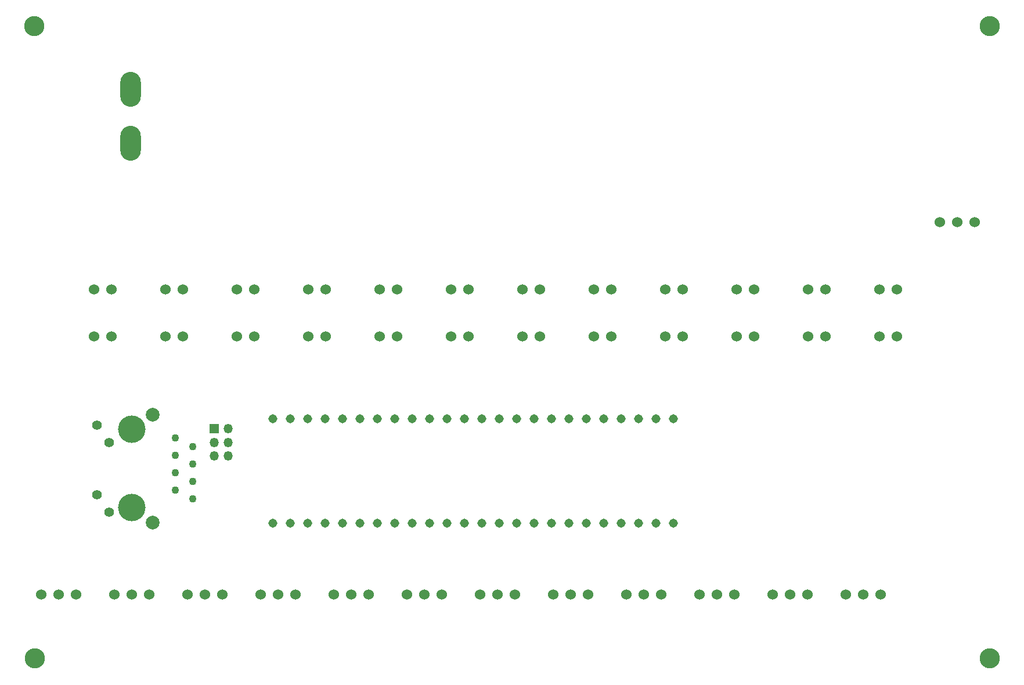
<source format=gbs>
%TF.GenerationSoftware,KiCad,Pcbnew,(6.0.10)*%
%TF.CreationDate,2022-12-28T18:35:22-06:00*%
%TF.ProjectId,Hardware_Rev1,48617264-7761-4726-955f-526576312e6b,rev?*%
%TF.SameCoordinates,Original*%
%TF.FileFunction,Soldermask,Bot*%
%TF.FilePolarity,Negative*%
%FSLAX46Y46*%
G04 Gerber Fmt 4.6, Leading zero omitted, Abs format (unit mm)*
G04 Created by KiCad (PCBNEW (6.0.10)) date 2022-12-28 18:35:22*
%MOMM*%
%LPD*%
G01*
G04 APERTURE LIST*
%ADD10C,1.524000*%
%ADD11C,1.100000*%
%ADD12C,1.400000*%
%ADD13C,4.000000*%
%ADD14C,2.000000*%
%ADD15R,1.350000X1.350000*%
%ADD16O,1.350000X1.350000*%
%ADD17O,3.000000X5.100000*%
%ADD18C,1.308000*%
%ADD19C,2.946400*%
G04 APERTURE END LIST*
D10*
X171196000Y-134620000D03*
X173736000Y-134620000D03*
X176276000Y-134620000D03*
X92837000Y-90019500D03*
X95377000Y-90019500D03*
X103251000Y-90019500D03*
X105791000Y-90019500D03*
D11*
X73452000Y-111760000D03*
X75992000Y-113030000D03*
X73452000Y-114300000D03*
X75992000Y-115570000D03*
X73452000Y-116840000D03*
X75992000Y-118110000D03*
X73452000Y-119380000D03*
X75992000Y-120650000D03*
D12*
X62022000Y-109880000D03*
X63812000Y-112420000D03*
X62022000Y-119990000D03*
X63812000Y-122530000D03*
D13*
X67102000Y-110490000D03*
X67102000Y-121920000D03*
D14*
X70152000Y-124080000D03*
X70152000Y-108330000D03*
D10*
X124079000Y-90019500D03*
X126619000Y-90019500D03*
X92837000Y-96877500D03*
X95377000Y-96877500D03*
D15*
X79137000Y-110395000D03*
D16*
X81137000Y-110395000D03*
X79137000Y-112395000D03*
X81137000Y-112395000D03*
X79137000Y-114395000D03*
X81137000Y-114395000D03*
D10*
X113665000Y-96877500D03*
X116205000Y-96877500D03*
X176149000Y-96875600D03*
X178689000Y-96875600D03*
X117856000Y-134620000D03*
X120396000Y-134620000D03*
X122936000Y-134620000D03*
X61595000Y-96877500D03*
X64135000Y-96877500D03*
X53848000Y-134620000D03*
X56388000Y-134620000D03*
X58928000Y-134620000D03*
D17*
X66935400Y-60875000D03*
X66935400Y-68749000D03*
D10*
X72009000Y-90019500D03*
X74549000Y-90019500D03*
X72009000Y-96877500D03*
X74549000Y-96877500D03*
X165735000Y-96875600D03*
X168275000Y-96875600D03*
X75184000Y-134620000D03*
X77724000Y-134620000D03*
X80264000Y-134620000D03*
X85852000Y-134620000D03*
X88392000Y-134620000D03*
X90932000Y-134620000D03*
X155321000Y-96875600D03*
X157861000Y-96875600D03*
D18*
X143541000Y-108979500D03*
X141001000Y-108979500D03*
X138461000Y-108979500D03*
X135921000Y-108979500D03*
X110521000Y-108979500D03*
X141001000Y-124219500D03*
X133381000Y-108979500D03*
X130841000Y-108979500D03*
X128301000Y-108979500D03*
X125761000Y-108979500D03*
X123221000Y-108979500D03*
X120681000Y-108979500D03*
X118141000Y-108979500D03*
X115601000Y-108979500D03*
X113061000Y-108979500D03*
X113061000Y-124219500D03*
X115601000Y-124219500D03*
X118141000Y-124219500D03*
X120681000Y-124219500D03*
X123221000Y-124219500D03*
X125761000Y-124219500D03*
X128301000Y-124219500D03*
X130841000Y-124219500D03*
X133381000Y-124219500D03*
X135921000Y-124219500D03*
X138461000Y-124219500D03*
X107981000Y-108979500D03*
X105441000Y-108979500D03*
X102901000Y-108979500D03*
X100361000Y-108979500D03*
X97821000Y-108979500D03*
X95281000Y-108979500D03*
X92741000Y-108979500D03*
X90201000Y-108979500D03*
X87661000Y-108979500D03*
X87661000Y-124219500D03*
X90201000Y-124219500D03*
X92741000Y-124219500D03*
X95281000Y-124219500D03*
X97821000Y-124219500D03*
X100361000Y-124219500D03*
X102901000Y-124219500D03*
X105441000Y-124219500D03*
X107981000Y-124219500D03*
X146081000Y-108979500D03*
X110521000Y-124219500D03*
X143541000Y-124219500D03*
X146081000Y-124219500D03*
D10*
X165735000Y-90017600D03*
X168275000Y-90017600D03*
X144907000Y-90019500D03*
X147447000Y-90019500D03*
X61595000Y-90019500D03*
X64135000Y-90019500D03*
X144907000Y-96877500D03*
X147447000Y-96877500D03*
X128524000Y-134620000D03*
X131064000Y-134620000D03*
X133604000Y-134620000D03*
X64516000Y-134620000D03*
X67056000Y-134620000D03*
X69596000Y-134620000D03*
X107188000Y-134620000D03*
X109728000Y-134620000D03*
X112268000Y-134620000D03*
D19*
X52914420Y-143935580D03*
D10*
X134493000Y-96877500D03*
X137033000Y-96877500D03*
X82423000Y-90019500D03*
X84963000Y-90019500D03*
X96520000Y-134620000D03*
X99060000Y-134620000D03*
X101600000Y-134620000D03*
X134493000Y-90019500D03*
X137033000Y-90019500D03*
X184912000Y-80264000D03*
X187452000Y-80264000D03*
X189992000Y-80264000D03*
X149860000Y-134620000D03*
X152400000Y-134620000D03*
X154940000Y-134620000D03*
X160528000Y-134620000D03*
X163068000Y-134620000D03*
X165608000Y-134620000D03*
X82423000Y-96877500D03*
X84963000Y-96877500D03*
D19*
X52903120Y-51644420D03*
D10*
X124079000Y-96877500D03*
X126619000Y-96877500D03*
X113665000Y-90019500D03*
X116205000Y-90019500D03*
X176149000Y-90017600D03*
X178689000Y-90017600D03*
X155321000Y-90017600D03*
X157861000Y-90017600D03*
D19*
X192206880Y-143946880D03*
X192195580Y-51644420D03*
D10*
X103251000Y-96877500D03*
X105791000Y-96877500D03*
X139192000Y-134620000D03*
X141732000Y-134620000D03*
X144272000Y-134620000D03*
M02*

</source>
